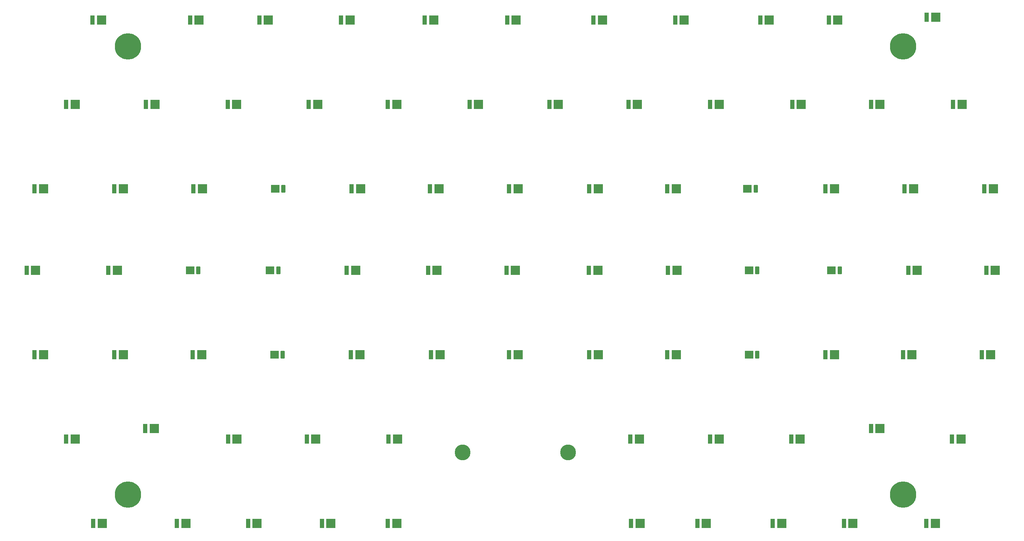
<source format=gbr>
%TF.GenerationSoftware,KiCad,Pcbnew,7.0.6-7.0.6~ubuntu22.04.1*%
%TF.CreationDate,2023-08-02T20:46:46-04:00*%
%TF.ProjectId,AG_HARVEST_LED,41475f48-4152-4564-9553-545f4c45442e,rev?*%
%TF.SameCoordinates,Original*%
%TF.FileFunction,Soldermask,Top*%
%TF.FilePolarity,Negative*%
%FSLAX46Y46*%
G04 Gerber Fmt 4.6, Leading zero omitted, Abs format (unit mm)*
G04 Created by KiCad (PCBNEW 7.0.6-7.0.6~ubuntu22.04.1) date 2023-08-02 20:46:46*
%MOMM*%
%LPD*%
G01*
G04 APERTURE LIST*
G04 Aperture macros list*
%AMRoundRect*
0 Rectangle with rounded corners*
0 $1 Rounding radius*
0 $2 $3 $4 $5 $6 $7 $8 $9 X,Y pos of 4 corners*
0 Add a 4 corners polygon primitive as box body*
4,1,4,$2,$3,$4,$5,$6,$7,$8,$9,$2,$3,0*
0 Add four circle primitives for the rounded corners*
1,1,$1+$1,$2,$3*
1,1,$1+$1,$4,$5*
1,1,$1+$1,$6,$7*
1,1,$1+$1,$8,$9*
0 Add four rect primitives between the rounded corners*
20,1,$1+$1,$2,$3,$4,$5,0*
20,1,$1+$1,$4,$5,$6,$7,0*
20,1,$1+$1,$6,$7,$8,$9,0*
20,1,$1+$1,$8,$9,$2,$3,0*%
G04 Aperture macros list end*
%ADD10R,2.180000X2.200000*%
%ADD11R,1.110000X2.200000*%
%ADD12RoundRect,0.100000X0.385000X0.850000X-0.385000X0.850000X-0.385000X-0.850000X0.385000X-0.850000X0*%
%ADD13RoundRect,0.100000X0.915000X0.850000X-0.915000X0.850000X-0.915000X-0.850000X0.915000X-0.850000X0*%
%ADD14C,6.350000*%
%ADD15C,3.810000*%
G04 APERTURE END LIST*
D10*
%TO.C,K36*%
X222885000Y-81915000D03*
D11*
X220740000Y-81915000D03*
%TD*%
D10*
%TO.C,W29*%
X261620000Y-101600000D03*
D11*
X259475000Y-101600000D03*
%TD*%
D10*
%TO.C,K9*%
X175895000Y-142240000D03*
D11*
X173750000Y-142240000D03*
%TD*%
D10*
%TO.C,W15*%
X32385000Y-121920000D03*
D11*
X30240000Y-121920000D03*
%TD*%
D10*
%TO.C,K26*%
X70485000Y-121920000D03*
D11*
X68340000Y-121920000D03*
%TD*%
D10*
%TO.C,K24*%
X78910000Y-61595000D03*
D11*
X76765000Y-61595000D03*
%TD*%
D10*
%TO.C,K35*%
X165975000Y-121920000D03*
D11*
X163830000Y-121920000D03*
%TD*%
D10*
%TO.C,K37*%
X222885000Y-121920000D03*
D11*
X220740000Y-121920000D03*
%TD*%
D10*
%TO.C,W24*%
X210185000Y-162560000D03*
D11*
X208040000Y-162560000D03*
%TD*%
D10*
%TO.C,K32*%
X146685000Y-121920000D03*
D11*
X144540000Y-121920000D03*
%TD*%
D10*
%TO.C,K18*%
X195115000Y-61595000D03*
D11*
X192970000Y-61595000D03*
%TD*%
D10*
%TO.C,W30*%
X261155000Y-81915000D03*
D11*
X259010000Y-81915000D03*
%TD*%
D10*
%TO.C,W26*%
X247185000Y-162560000D03*
D11*
X245040000Y-162560000D03*
%TD*%
D10*
%TO.C,W18*%
X66675000Y-162560000D03*
D11*
X64530000Y-162560000D03*
%TD*%
D10*
%TO.C,K4*%
X51605000Y-121920000D03*
D11*
X49460000Y-121920000D03*
%TD*%
D10*
%TO.C,K8*%
X117645000Y-142240000D03*
D11*
X115500000Y-142240000D03*
%TD*%
D10*
%TO.C,W13*%
X32385000Y-81915000D03*
D11*
X30240000Y-81915000D03*
%TD*%
D10*
%TO.C,K28*%
X127170000Y-101600000D03*
D11*
X125025000Y-101600000D03*
%TD*%
D10*
%TO.C,K16*%
X233850000Y-61595000D03*
D11*
X231705000Y-61595000D03*
%TD*%
D10*
%TO.C,K27*%
X127635000Y-81915000D03*
D11*
X125490000Y-81915000D03*
%TD*%
D10*
%TO.C,K23*%
X98425000Y-61595000D03*
D11*
X96280000Y-61595000D03*
%TD*%
D10*
%TO.C,K19*%
X175430000Y-61595000D03*
D11*
X173285000Y-61595000D03*
%TD*%
D10*
%TO.C,W20*%
X101600000Y-162560000D03*
D11*
X99455000Y-162560000D03*
%TD*%
D10*
%TO.C,W36*%
X184955000Y-101600000D03*
D11*
X182810000Y-101600000D03*
%TD*%
D12*
%TO.C,R2*%
X88965000Y-101600000D03*
D13*
X86965000Y-101600000D03*
%TD*%
D10*
%TO.C,W28*%
X260520000Y-121920000D03*
D11*
X258375000Y-121920000D03*
%TD*%
D10*
%TO.C,W10*%
X223690000Y-41275000D03*
D11*
X221545000Y-41275000D03*
%TD*%
D10*
%TO.C,W33*%
X107555000Y-101600000D03*
D11*
X105410000Y-101600000D03*
%TD*%
D10*
%TO.C,W9*%
X207180000Y-41275000D03*
D11*
X205035000Y-41275000D03*
%TD*%
D10*
%TO.C,K10*%
X195115000Y-142240000D03*
D11*
X192970000Y-142240000D03*
%TD*%
D12*
%TO.C,R5*%
X204295000Y-101600000D03*
D13*
X202295000Y-101600000D03*
%TD*%
D10*
%TO.C,W3*%
X86530000Y-41275000D03*
D11*
X84385000Y-41275000D03*
%TD*%
D10*
%TO.C,K7*%
X97960000Y-142240000D03*
D11*
X95815000Y-142240000D03*
%TD*%
D10*
%TO.C,K29*%
X127875000Y-121920000D03*
D11*
X125730000Y-121920000D03*
%TD*%
D10*
%TO.C,W27*%
X253365000Y-142240000D03*
D11*
X251220000Y-142240000D03*
%TD*%
D10*
%TO.C,K20*%
X156380000Y-61595000D03*
D11*
X154235000Y-61595000D03*
%TD*%
D10*
%TO.C,W31*%
X253605000Y-61595000D03*
D11*
X251460000Y-61595000D03*
%TD*%
D10*
%TO.C,W32*%
X108755000Y-81915000D03*
D11*
X106610000Y-81915000D03*
%TD*%
D12*
%TO.C,R4*%
X203900000Y-81915000D03*
D13*
X201900000Y-81915000D03*
%TD*%
D10*
%TO.C,W21*%
X117475000Y-162560000D03*
D11*
X115330000Y-162560000D03*
%TD*%
D10*
%TO.C,W5*%
X126365000Y-41275000D03*
D11*
X124220000Y-41275000D03*
%TD*%
D10*
%TO.C,K5*%
X59055000Y-139700000D03*
D11*
X56910000Y-139700000D03*
%TD*%
D10*
%TO.C,W11*%
X247255000Y-40640000D03*
D11*
X245110000Y-40640000D03*
%TD*%
D10*
%TO.C,W25*%
X227330000Y-162560000D03*
D11*
X225185000Y-162560000D03*
%TD*%
D10*
%TO.C,K15*%
X241935000Y-81915000D03*
D11*
X239790000Y-81915000D03*
%TD*%
D10*
%TO.C,W19*%
X83820000Y-162560000D03*
D11*
X81675000Y-162560000D03*
%TD*%
D10*
%TO.C,W8*%
X186690000Y-41275000D03*
D11*
X184545000Y-41275000D03*
%TD*%
D10*
%TO.C,K31*%
X146050000Y-101600000D03*
D11*
X143905000Y-101600000D03*
%TD*%
D10*
%TO.C,K17*%
X214870000Y-61595000D03*
D11*
X212725000Y-61595000D03*
%TD*%
D14*
%TO.C,H4*%
X52705000Y-155575000D03*
%TD*%
D10*
%TO.C,W35*%
X184785000Y-81915000D03*
D11*
X182640000Y-81915000D03*
%TD*%
D10*
%TO.C,W4*%
X106215000Y-41275000D03*
D11*
X104070000Y-41275000D03*
%TD*%
D10*
%TO.C,K22*%
X117475000Y-61595000D03*
D11*
X115330000Y-61595000D03*
%TD*%
D10*
%TO.C,W22*%
X176065000Y-162560000D03*
D11*
X173920000Y-162560000D03*
%TD*%
D10*
%TO.C,W2*%
X69850000Y-41275000D03*
D11*
X67705000Y-41275000D03*
%TD*%
D10*
%TO.C,K34*%
X165905000Y-101600000D03*
D11*
X163760000Y-101600000D03*
%TD*%
D12*
%TO.C,R1*%
X90165000Y-81915000D03*
D13*
X88165000Y-81915000D03*
%TD*%
D14*
%TO.C,H3*%
X52705000Y-47625000D03*
%TD*%
D10*
%TO.C,W14*%
X30480000Y-101600000D03*
D11*
X28335000Y-101600000D03*
%TD*%
D10*
%TO.C,W6*%
X146220000Y-41275000D03*
D11*
X144075000Y-41275000D03*
%TD*%
D10*
%TO.C,W37*%
X184785000Y-121920000D03*
D11*
X182640000Y-121920000D03*
%TD*%
D10*
%TO.C,K3*%
X50165000Y-101600000D03*
D11*
X48020000Y-101600000D03*
%TD*%
D10*
%TO.C,K2*%
X51605000Y-81915000D03*
D11*
X49460000Y-81915000D03*
%TD*%
D12*
%TO.C,B1*%
X69675000Y-101600000D03*
D13*
X67675000Y-101600000D03*
%TD*%
D10*
%TO.C,W23*%
X192010000Y-162560000D03*
D11*
X189865000Y-162560000D03*
%TD*%
D10*
%TO.C,W17*%
X46525000Y-162560000D03*
D11*
X44380000Y-162560000D03*
%TD*%
D15*
%TO.C,J1*%
X133350000Y-145415000D03*
X158750000Y-145415000D03*
%TD*%
D10*
%TO.C,K6*%
X78980000Y-142240000D03*
D11*
X76835000Y-142240000D03*
%TD*%
D10*
%TO.C,K12*%
X233850000Y-139700000D03*
D11*
X231705000Y-139700000D03*
%TD*%
D10*
%TO.C,W12*%
X40005000Y-61595000D03*
D11*
X37860000Y-61595000D03*
%TD*%
D10*
%TO.C,K21*%
X137160000Y-61595000D03*
D11*
X135015000Y-61595000D03*
%TD*%
D10*
%TO.C,K13*%
X241540000Y-121920000D03*
D11*
X239395000Y-121920000D03*
%TD*%
D10*
%TO.C,W16*%
X40005000Y-142240000D03*
D11*
X37860000Y-142240000D03*
%TD*%
D12*
%TO.C,R3*%
X89995000Y-121920000D03*
D13*
X87995000Y-121920000D03*
%TD*%
D10*
%TO.C,W34*%
X108585000Y-121920000D03*
D11*
X106440000Y-121920000D03*
%TD*%
D10*
%TO.C,K11*%
X214630000Y-142240000D03*
D11*
X212485000Y-142240000D03*
%TD*%
D10*
%TO.C,W1*%
X46355000Y-41275000D03*
D11*
X44210000Y-41275000D03*
%TD*%
D12*
%TO.C,B2*%
X224150000Y-101600000D03*
D13*
X222150000Y-101600000D03*
%TD*%
D10*
%TO.C,K25*%
X70655000Y-81915000D03*
D11*
X68510000Y-81915000D03*
%TD*%
D10*
%TO.C,W7*%
X167005000Y-41275000D03*
D11*
X164860000Y-41275000D03*
%TD*%
D12*
%TO.C,R6*%
X204295000Y-121920000D03*
D13*
X202295000Y-121920000D03*
%TD*%
D14*
%TO.C,H2*%
X239395000Y-155575000D03*
%TD*%
D10*
%TO.C,K14*%
X242810000Y-101600000D03*
D11*
X240665000Y-101600000D03*
%TD*%
D14*
%TO.C,H1*%
X239395000Y-47625000D03*
%TD*%
D10*
%TO.C,K33*%
X165975000Y-81915000D03*
D11*
X163830000Y-81915000D03*
%TD*%
D10*
%TO.C,K30*%
X146685000Y-81915000D03*
D11*
X144540000Y-81915000D03*
%TD*%
D10*
%TO.C,K1*%
X59225000Y-61595000D03*
D11*
X57080000Y-61595000D03*
%TD*%
M02*

</source>
